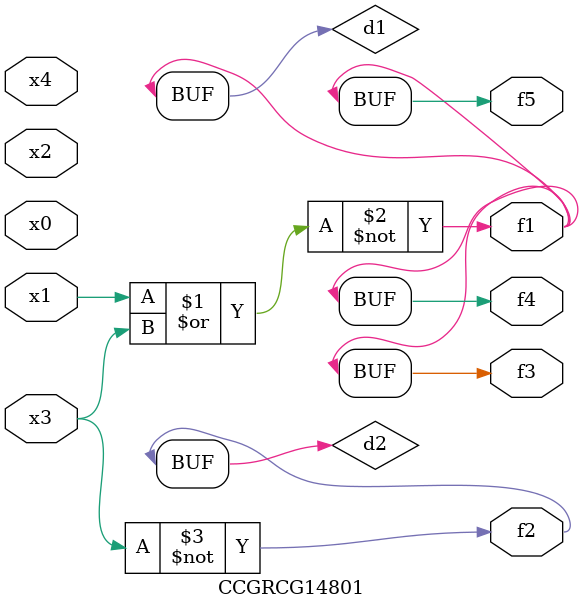
<source format=v>
module CCGRCG14801(
	input x0, x1, x2, x3, x4,
	output f1, f2, f3, f4, f5
);

	wire d1, d2;

	nor (d1, x1, x3);
	not (d2, x3);
	assign f1 = d1;
	assign f2 = d2;
	assign f3 = d1;
	assign f4 = d1;
	assign f5 = d1;
endmodule

</source>
